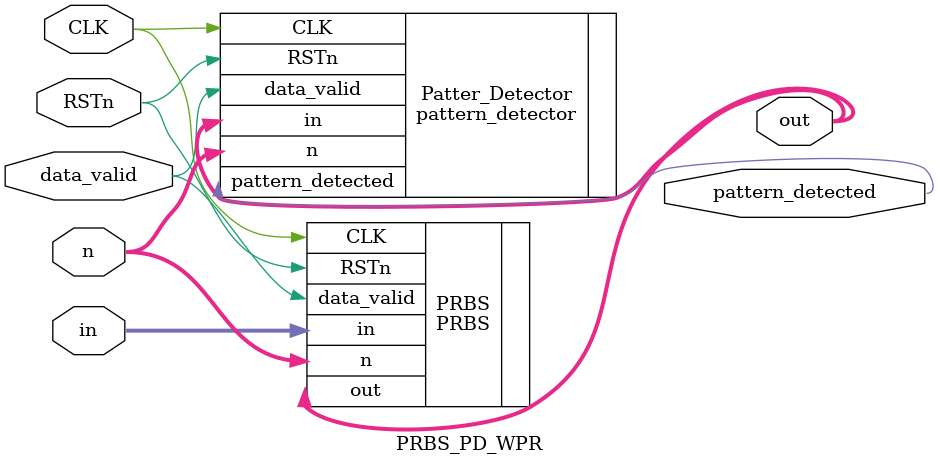
<source format=sv>
module PRBS_PD_WPR #(
    parameter PATTERN = 32'hAABBCCDD
) (
    input bit CLK,
    input logic RSTn,
    input logic data_valid,
    input logic [31:0] in,
    input logic [7:0] n,
    output logic [7:0] out,
    output logic pattern_detected
);
    
    PRBS PRBS (
        .CLK(CLK),
        .RSTn(RSTn),
        .data_valid(data_valid),
        .in(in),
        .n(n),
        .out(out)
    );

    pattern_detector #(PATTERN) Patter_Detector (
        .CLK(CLK),
        .RSTn(RSTn),
        .data_valid(data_valid),
        .in(out),
        .n(n),
        .pattern_detected(pattern_detected)
        );
endmodule
</source>
